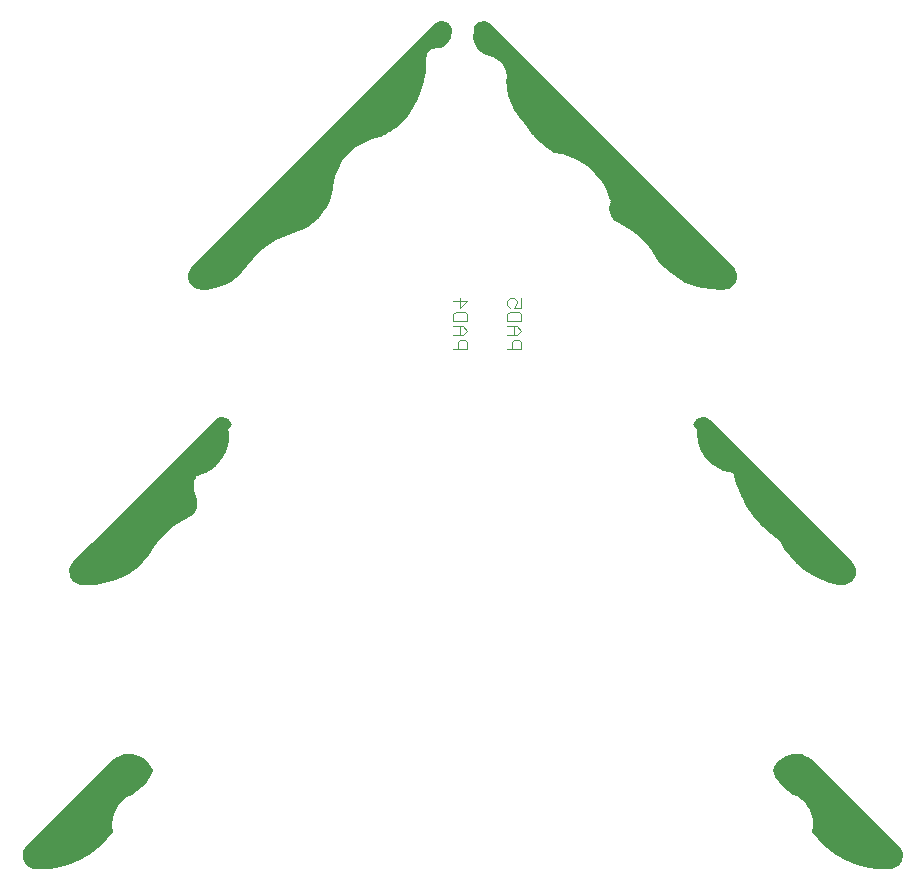
<source format=gbo>
G75*
G70*
%OFA0B0*%
%FSLAX24Y24*%
%IPPOS*%
%LPD*%
%AMOC8*
5,1,8,0,0,1.08239X$1,22.5*
%
%ADD10C,0.0100*%
%ADD11C,0.0040*%
D10*
X000652Y002395D02*
X000720Y002359D01*
X000794Y002337D01*
X000870Y002330D01*
X000990Y002330D01*
X001337Y002350D01*
X001679Y002410D01*
X002013Y002509D01*
X002332Y002646D01*
X002633Y002819D01*
X002913Y003026D01*
X003166Y003264D01*
X003390Y003530D01*
X003365Y003681D01*
X003361Y003834D01*
X003377Y003986D01*
X003414Y004134D01*
X003471Y004276D01*
X003546Y004409D01*
X003639Y004530D01*
X003748Y004638D01*
X003870Y004730D01*
X004052Y004820D01*
X004221Y004933D01*
X004373Y005067D01*
X004507Y005219D01*
X004620Y005388D01*
X004710Y005570D01*
X004657Y005682D01*
X004587Y005784D01*
X004502Y005875D01*
X004404Y005950D01*
X004295Y006009D01*
X004178Y006050D01*
X004057Y006072D01*
X003933Y006075D01*
X003810Y006058D01*
X003691Y006022D01*
X003580Y005968D01*
X003479Y005896D01*
X003390Y005810D01*
X000630Y003050D01*
X000573Y002998D01*
X000528Y002937D01*
X000494Y002867D01*
X000475Y002793D01*
X000470Y002717D01*
X000480Y002640D01*
X000504Y002568D01*
X000542Y002501D01*
X000592Y002442D01*
X000652Y002395D01*
X000656Y002393D02*
X001581Y002393D01*
X001952Y002491D02*
X000551Y002491D01*
X000497Y002590D02*
X002200Y002590D01*
X002405Y002688D02*
X000474Y002688D01*
X000475Y002787D02*
X002576Y002787D01*
X002722Y002885D02*
X000503Y002885D01*
X000562Y002984D02*
X002855Y002984D01*
X002972Y003082D02*
X000662Y003082D01*
X000761Y003181D02*
X003077Y003181D01*
X003178Y003279D02*
X000859Y003279D01*
X000958Y003378D02*
X003261Y003378D01*
X003344Y003476D02*
X001056Y003476D01*
X001155Y003575D02*
X003383Y003575D01*
X003366Y003673D02*
X001253Y003673D01*
X001352Y003772D02*
X003362Y003772D01*
X003364Y003870D02*
X001450Y003870D01*
X001549Y003969D02*
X003375Y003969D01*
X003397Y004067D02*
X001647Y004067D01*
X001746Y004166D02*
X003427Y004166D01*
X003466Y004264D02*
X001844Y004264D01*
X001943Y004363D02*
X003520Y004363D01*
X003586Y004461D02*
X002041Y004461D01*
X002140Y004560D02*
X003669Y004560D01*
X003774Y004658D02*
X002238Y004658D01*
X002337Y004757D02*
X003924Y004757D01*
X004104Y004855D02*
X002435Y004855D01*
X002534Y004954D02*
X004244Y004954D01*
X004356Y005052D02*
X002632Y005052D01*
X002731Y005151D02*
X004446Y005151D01*
X004527Y005249D02*
X002829Y005249D01*
X002928Y005348D02*
X004593Y005348D01*
X004649Y005446D02*
X003026Y005446D01*
X003125Y005545D02*
X004697Y005545D01*
X004676Y005643D02*
X003223Y005643D01*
X003322Y005742D02*
X004617Y005742D01*
X004535Y005840D02*
X003421Y005840D01*
X003539Y005939D02*
X004419Y005939D01*
X004216Y006037D02*
X003741Y006037D01*
X002842Y011820D02*
X002550Y011810D01*
X002430Y011810D01*
X002354Y011817D01*
X002280Y011839D01*
X002212Y011875D01*
X002152Y011922D01*
X002102Y011981D01*
X002064Y012048D01*
X002040Y012120D01*
X002030Y012197D01*
X002035Y012273D01*
X002054Y012347D01*
X002088Y012417D01*
X002133Y012478D01*
X002190Y012530D01*
X006870Y017210D01*
X006916Y017247D01*
X006969Y017275D01*
X007026Y017290D01*
X007085Y017294D01*
X007144Y017286D01*
X007200Y017266D01*
X007250Y017234D01*
X007293Y017194D01*
X007327Y017145D01*
X007350Y017090D01*
X007230Y016970D01*
X007251Y016780D01*
X007244Y016588D01*
X007210Y016400D01*
X007150Y016218D01*
X007065Y016047D01*
X006956Y015890D01*
X006826Y015749D01*
X006677Y015629D01*
X006512Y015531D01*
X006335Y015458D01*
X006150Y015410D01*
X006147Y015437D01*
X006138Y015462D01*
X006124Y015485D01*
X006105Y015504D01*
X006082Y015518D01*
X006057Y015527D01*
X006030Y015530D01*
X006089Y015548D01*
X006150Y015554D01*
X006211Y015548D01*
X006270Y015530D01*
X006199Y015442D01*
X006142Y015344D01*
X006101Y015239D01*
X006077Y015129D01*
X006070Y015016D01*
X006080Y014904D01*
X006107Y014794D01*
X006150Y014690D01*
X006179Y014602D01*
X006192Y014510D01*
X006190Y014417D01*
X006172Y014326D01*
X006138Y014240D01*
X006091Y014160D01*
X006030Y014090D01*
X005732Y013944D01*
X005453Y013765D01*
X005195Y013555D01*
X004964Y013317D01*
X004761Y013054D01*
X004590Y012770D01*
X004396Y012551D01*
X004179Y012356D01*
X003940Y012188D01*
X003684Y012049D01*
X003413Y011940D01*
X003131Y011863D01*
X002842Y011820D01*
X003033Y011849D02*
X002262Y011849D01*
X002131Y011947D02*
X003430Y011947D01*
X003676Y012046D02*
X002066Y012046D01*
X002037Y012144D02*
X003859Y012144D01*
X004017Y012243D02*
X002033Y012243D01*
X002053Y012341D02*
X004157Y012341D01*
X004272Y012440D02*
X002105Y012440D01*
X002198Y012538D02*
X004382Y012538D01*
X004472Y012637D02*
X002297Y012637D01*
X002395Y012735D02*
X004559Y012735D01*
X004628Y012834D02*
X002494Y012834D01*
X002592Y012932D02*
X004688Y012932D01*
X004747Y013031D02*
X002691Y013031D01*
X002789Y013129D02*
X004819Y013129D01*
X004895Y013228D02*
X002888Y013228D01*
X002986Y013326D02*
X004973Y013326D01*
X005069Y013425D02*
X003085Y013425D01*
X003183Y013523D02*
X005164Y013523D01*
X005277Y013622D02*
X003282Y013622D01*
X003380Y013720D02*
X005398Y013720D01*
X005536Y013819D02*
X003479Y013819D01*
X003577Y013917D02*
X005690Y013917D01*
X005878Y014016D02*
X003676Y014016D01*
X003774Y014114D02*
X006051Y014114D01*
X006122Y014213D02*
X003873Y014213D01*
X003971Y014311D02*
X006166Y014311D01*
X006188Y014410D02*
X004070Y014410D01*
X004168Y014508D02*
X006192Y014508D01*
X006177Y014607D02*
X004267Y014607D01*
X004365Y014705D02*
X006144Y014705D01*
X006104Y014804D02*
X004464Y014804D01*
X004562Y014902D02*
X006080Y014902D01*
X006071Y015001D02*
X004661Y015001D01*
X004759Y015099D02*
X006075Y015099D01*
X006092Y015198D02*
X004858Y015198D01*
X004956Y015296D02*
X006124Y015296D01*
X006172Y015395D02*
X005055Y015395D01*
X005153Y015493D02*
X006116Y015493D01*
X006240Y015493D02*
X006421Y015493D01*
X006614Y015592D02*
X005252Y015592D01*
X005350Y015690D02*
X006752Y015690D01*
X006862Y015789D02*
X005449Y015789D01*
X005547Y015887D02*
X006953Y015887D01*
X007022Y015986D02*
X005646Y015986D01*
X005744Y016084D02*
X007083Y016084D01*
X007132Y016183D02*
X005843Y016183D01*
X005941Y016281D02*
X007171Y016281D01*
X007204Y016380D02*
X006040Y016380D01*
X006138Y016478D02*
X007224Y016478D01*
X007242Y016577D02*
X006237Y016577D01*
X006335Y016675D02*
X007247Y016675D01*
X007251Y016774D02*
X006434Y016774D01*
X006532Y016872D02*
X007241Y016872D01*
X007231Y016971D02*
X006631Y016971D01*
X006729Y017069D02*
X007329Y017069D01*
X007311Y017168D02*
X006828Y017168D01*
X006952Y017266D02*
X007199Y017266D01*
X006731Y021672D02*
X006510Y021650D01*
X006390Y021650D01*
X006314Y021657D01*
X006240Y021679D01*
X006172Y021715D01*
X006112Y021762D01*
X006062Y021821D01*
X006024Y021888D01*
X006000Y021960D01*
X005990Y022037D01*
X005995Y022113D01*
X006014Y022187D01*
X006048Y022257D01*
X006093Y022318D01*
X006150Y022370D01*
X014190Y030410D01*
X014236Y030447D01*
X014289Y030475D01*
X014346Y030490D01*
X014405Y030494D01*
X014464Y030486D01*
X014520Y030466D01*
X014570Y030434D01*
X014613Y030394D01*
X014647Y030345D01*
X014670Y030290D01*
X014670Y030170D01*
X014663Y030087D01*
X014641Y030006D01*
X014606Y029930D01*
X014558Y029861D01*
X014499Y029802D01*
X014430Y029754D01*
X014354Y029719D01*
X014273Y029697D01*
X014190Y029690D01*
X014120Y029683D01*
X014052Y029663D01*
X013990Y029629D01*
X013935Y029585D01*
X013891Y029530D01*
X013857Y029468D01*
X013837Y029400D01*
X013830Y029330D01*
X013830Y029210D01*
X013812Y028887D01*
X013758Y028569D01*
X013669Y028258D01*
X013546Y027959D01*
X013391Y027676D01*
X013204Y027412D01*
X012990Y027170D01*
X012845Y027039D01*
X012686Y026924D01*
X012516Y026827D01*
X012337Y026748D01*
X012150Y026690D01*
X011926Y026618D01*
X011712Y026519D01*
X011511Y026395D01*
X011328Y026247D01*
X011164Y026078D01*
X011022Y025890D01*
X010904Y025686D01*
X010812Y025469D01*
X010747Y025243D01*
X010710Y025010D01*
X010674Y024792D01*
X010610Y024580D01*
X010518Y024379D01*
X010401Y024192D01*
X010259Y024022D01*
X010096Y023872D01*
X009915Y023746D01*
X009718Y023644D01*
X009510Y023570D01*
X009179Y023455D01*
X008862Y023303D01*
X008566Y023116D01*
X008293Y022896D01*
X008046Y022646D01*
X007830Y022370D01*
X007691Y022196D01*
X007531Y022042D01*
X007351Y021910D01*
X007156Y021804D01*
X006948Y021724D01*
X006731Y021672D01*
X006841Y021699D02*
X006203Y021699D01*
X006082Y021797D02*
X007138Y021797D01*
X007324Y021896D02*
X006022Y021896D01*
X005996Y021994D02*
X007465Y021994D01*
X007583Y022093D02*
X005994Y022093D01*
X006016Y022191D02*
X007686Y022191D01*
X007766Y022290D02*
X006072Y022290D01*
X006168Y022388D02*
X007844Y022388D01*
X007921Y022487D02*
X006267Y022487D01*
X006365Y022585D02*
X007998Y022585D01*
X008083Y022684D02*
X006464Y022684D01*
X006562Y022782D02*
X008180Y022782D01*
X008277Y022881D02*
X006661Y022881D01*
X006759Y022979D02*
X008396Y022979D01*
X008518Y023078D02*
X006858Y023078D01*
X006956Y023176D02*
X008661Y023176D01*
X008817Y023275D02*
X007055Y023275D01*
X007153Y023373D02*
X009008Y023373D01*
X009226Y023472D02*
X007252Y023472D01*
X007350Y023570D02*
X009510Y023570D01*
X009765Y023669D02*
X007449Y023669D01*
X007547Y023767D02*
X009945Y023767D01*
X010086Y023866D02*
X007646Y023866D01*
X007744Y023964D02*
X010196Y023964D01*
X010293Y024063D02*
X007843Y024063D01*
X007941Y024161D02*
X010375Y024161D01*
X010443Y024260D02*
X008040Y024260D01*
X008138Y024358D02*
X010505Y024358D01*
X010554Y024457D02*
X008237Y024457D01*
X008335Y024555D02*
X010599Y024555D01*
X010632Y024654D02*
X008434Y024654D01*
X008532Y024752D02*
X010662Y024752D01*
X010684Y024851D02*
X008631Y024851D01*
X008729Y024949D02*
X010700Y024949D01*
X010716Y025048D02*
X008828Y025048D01*
X008926Y025146D02*
X010731Y025146D01*
X010747Y025245D02*
X009025Y025245D01*
X009123Y025343D02*
X010775Y025343D01*
X010804Y025442D02*
X009222Y025442D01*
X009320Y025540D02*
X010842Y025540D01*
X010884Y025639D02*
X009419Y025639D01*
X009517Y025737D02*
X010933Y025737D01*
X010990Y025836D02*
X009616Y025836D01*
X009714Y025934D02*
X011055Y025934D01*
X011130Y026033D02*
X009813Y026033D01*
X009911Y026131D02*
X011215Y026131D01*
X011311Y026230D02*
X010010Y026230D01*
X010108Y026328D02*
X011428Y026328D01*
X011562Y026427D02*
X010207Y026427D01*
X010305Y026525D02*
X011724Y026525D01*
X011943Y026624D02*
X010404Y026624D01*
X010502Y026722D02*
X012253Y026722D01*
X012503Y026821D02*
X010601Y026821D01*
X010699Y026919D02*
X012678Y026919D01*
X012816Y027018D02*
X010798Y027018D01*
X010896Y027116D02*
X012930Y027116D01*
X013030Y027215D02*
X010995Y027215D01*
X011093Y027313D02*
X013117Y027313D01*
X013204Y027412D02*
X011192Y027412D01*
X011290Y027510D02*
X013274Y027510D01*
X013343Y027609D02*
X011389Y027609D01*
X011487Y027707D02*
X013408Y027707D01*
X013462Y027806D02*
X011586Y027806D01*
X011684Y027904D02*
X013516Y027904D01*
X013564Y028003D02*
X011783Y028003D01*
X011881Y028101D02*
X013604Y028101D01*
X013645Y028200D02*
X011980Y028200D01*
X012078Y028298D02*
X013681Y028298D01*
X013709Y028397D02*
X012177Y028397D01*
X012275Y028495D02*
X013737Y028495D01*
X013762Y028594D02*
X012374Y028594D01*
X012472Y028692D02*
X013779Y028692D01*
X013796Y028791D02*
X012571Y028791D01*
X012669Y028889D02*
X013812Y028889D01*
X013818Y028988D02*
X012768Y028988D01*
X012866Y029086D02*
X013823Y029086D01*
X013829Y029185D02*
X012965Y029185D01*
X013063Y029283D02*
X013830Y029283D01*
X013835Y029382D02*
X013162Y029382D01*
X013260Y029480D02*
X013864Y029480D01*
X013931Y029579D02*
X013359Y029579D01*
X013457Y029677D02*
X014100Y029677D01*
X014460Y029776D02*
X013556Y029776D01*
X013654Y029874D02*
X014567Y029874D01*
X014626Y029973D02*
X013753Y029973D01*
X013851Y030071D02*
X014659Y030071D01*
X014670Y030170D02*
X013950Y030170D01*
X014048Y030268D02*
X014670Y030268D01*
X014632Y030367D02*
X014147Y030367D01*
X014270Y030465D02*
X014521Y030465D01*
X015510Y030290D02*
X015510Y030170D01*
X015499Y030075D01*
X015502Y029979D01*
X015521Y029885D01*
X015554Y029794D01*
X015601Y029711D01*
X015660Y029635D01*
X015731Y029570D01*
X015810Y029516D01*
X015898Y029476D01*
X015990Y029450D01*
X016110Y029412D01*
X016222Y029356D01*
X016324Y029283D01*
X016414Y029195D01*
X016489Y029094D01*
X016547Y028983D01*
X016587Y028864D01*
X016607Y028740D01*
X016609Y028614D01*
X016590Y028490D01*
X016590Y028610D01*
X016608Y028344D01*
X016661Y028083D01*
X016748Y027831D01*
X016866Y027592D01*
X017014Y027370D01*
X017190Y027170D01*
X017338Y026939D01*
X017510Y026724D01*
X017704Y026530D01*
X017919Y026358D01*
X018150Y026210D01*
X018418Y026165D01*
X018678Y026087D01*
X018927Y025979D01*
X019161Y025840D01*
X019376Y025674D01*
X019569Y025483D01*
X019737Y025270D01*
X019878Y025037D01*
X019990Y024790D01*
X020070Y024530D01*
X020041Y024442D01*
X020028Y024350D01*
X020030Y024257D01*
X020048Y024166D01*
X020082Y024080D01*
X020129Y024000D01*
X020190Y023930D01*
X020488Y023784D01*
X020767Y023605D01*
X021025Y023395D01*
X021256Y023157D01*
X021459Y022894D01*
X021630Y022610D01*
X021824Y022391D01*
X022041Y022196D01*
X022280Y022028D01*
X022536Y021889D01*
X022807Y021780D01*
X023089Y021703D01*
X023378Y021660D01*
X023670Y021650D01*
X023790Y021650D01*
X023866Y021657D01*
X023940Y021679D01*
X024008Y021715D01*
X024068Y021762D01*
X024118Y021821D01*
X024156Y021888D01*
X024180Y021960D01*
X024190Y022037D01*
X024185Y022113D01*
X024166Y022187D01*
X024132Y022257D01*
X024087Y022318D01*
X024030Y022370D01*
X015990Y030410D01*
X015944Y030447D01*
X015891Y030475D01*
X015834Y030490D01*
X015775Y030494D01*
X015716Y030486D01*
X015660Y030466D01*
X015610Y030434D01*
X015567Y030394D01*
X015533Y030345D01*
X015510Y030290D01*
X015510Y030268D02*
X016132Y030268D01*
X016230Y030170D02*
X015510Y030170D01*
X015499Y030071D02*
X016329Y030071D01*
X016427Y029973D02*
X015503Y029973D01*
X015525Y029874D02*
X016526Y029874D01*
X016624Y029776D02*
X015565Y029776D01*
X015627Y029677D02*
X016723Y029677D01*
X016821Y029579D02*
X015721Y029579D01*
X015889Y029480D02*
X016920Y029480D01*
X017018Y029382D02*
X016171Y029382D01*
X016325Y029283D02*
X017117Y029283D01*
X017215Y029185D02*
X016422Y029185D01*
X016493Y029086D02*
X017314Y029086D01*
X017412Y028988D02*
X016544Y028988D01*
X016578Y028889D02*
X017511Y028889D01*
X017609Y028791D02*
X016599Y028791D01*
X016608Y028692D02*
X017708Y028692D01*
X017806Y028594D02*
X016605Y028594D01*
X016591Y028594D02*
X016590Y028594D01*
X016590Y028495D02*
X016591Y028495D01*
X016598Y028495D02*
X017905Y028495D01*
X018003Y028397D02*
X016605Y028397D01*
X016618Y028298D02*
X018102Y028298D01*
X018200Y028200D02*
X016638Y028200D01*
X016658Y028101D02*
X018299Y028101D01*
X018397Y028003D02*
X016689Y028003D01*
X016722Y027904D02*
X018496Y027904D01*
X018594Y027806D02*
X016760Y027806D01*
X016809Y027707D02*
X018693Y027707D01*
X018791Y027609D02*
X016858Y027609D01*
X016921Y027510D02*
X018890Y027510D01*
X018988Y027412D02*
X016987Y027412D01*
X017064Y027313D02*
X019087Y027313D01*
X019185Y027215D02*
X017151Y027215D01*
X017224Y027116D02*
X019284Y027116D01*
X019382Y027018D02*
X017288Y027018D01*
X017354Y026919D02*
X019481Y026919D01*
X019579Y026821D02*
X017433Y026821D01*
X017513Y026722D02*
X019678Y026722D01*
X019776Y026624D02*
X017611Y026624D01*
X017711Y026525D02*
X019875Y026525D01*
X019973Y026427D02*
X017833Y026427D01*
X017965Y026328D02*
X020072Y026328D01*
X020170Y026230D02*
X018119Y026230D01*
X018532Y026131D02*
X020269Y026131D01*
X020367Y026033D02*
X018804Y026033D01*
X019002Y025934D02*
X020466Y025934D01*
X020564Y025836D02*
X019167Y025836D01*
X019294Y025737D02*
X020663Y025737D01*
X020761Y025639D02*
X019412Y025639D01*
X019511Y025540D02*
X020860Y025540D01*
X020958Y025442D02*
X019602Y025442D01*
X019680Y025343D02*
X021057Y025343D01*
X021155Y025245D02*
X019753Y025245D01*
X019812Y025146D02*
X021254Y025146D01*
X021352Y025048D02*
X019872Y025048D01*
X019918Y024949D02*
X021451Y024949D01*
X021549Y024851D02*
X019962Y024851D01*
X020001Y024752D02*
X021648Y024752D01*
X021746Y024654D02*
X020032Y024654D01*
X020062Y024555D02*
X021845Y024555D01*
X021943Y024457D02*
X020046Y024457D01*
X020029Y024358D02*
X022042Y024358D01*
X022140Y024260D02*
X020030Y024260D01*
X020050Y024161D02*
X022239Y024161D01*
X022337Y024063D02*
X020092Y024063D01*
X020161Y023964D02*
X022436Y023964D01*
X022534Y023866D02*
X020322Y023866D01*
X020514Y023767D02*
X022633Y023767D01*
X022731Y023669D02*
X020668Y023669D01*
X020810Y023570D02*
X022830Y023570D01*
X022928Y023472D02*
X020931Y023472D01*
X021046Y023373D02*
X023027Y023373D01*
X023125Y023275D02*
X021142Y023275D01*
X021238Y023176D02*
X023224Y023176D01*
X023322Y023078D02*
X021317Y023078D01*
X021393Y022979D02*
X023421Y022979D01*
X023519Y022881D02*
X021467Y022881D01*
X021526Y022782D02*
X023618Y022782D01*
X023716Y022684D02*
X021586Y022684D01*
X021652Y022585D02*
X023815Y022585D01*
X023913Y022487D02*
X021739Y022487D01*
X021827Y022388D02*
X024012Y022388D01*
X024108Y022290D02*
X021937Y022290D01*
X022049Y022191D02*
X024164Y022191D01*
X024186Y022093D02*
X022188Y022093D01*
X022343Y021994D02*
X024184Y021994D01*
X024158Y021896D02*
X022524Y021896D01*
X022765Y021797D02*
X024098Y021797D01*
X023977Y021699D02*
X023120Y021699D01*
X023095Y017294D02*
X023036Y017286D01*
X022980Y017266D01*
X022930Y017234D01*
X022887Y017194D01*
X022853Y017145D01*
X022830Y017090D01*
X022950Y016970D01*
X022946Y016781D01*
X022970Y016593D01*
X023019Y016411D01*
X023095Y016237D01*
X023194Y016076D01*
X023315Y015931D01*
X023455Y015804D01*
X023612Y015699D01*
X023783Y015617D01*
X023963Y015561D01*
X024150Y015530D01*
X024256Y015139D01*
X024405Y014763D01*
X024595Y014406D01*
X024823Y014072D01*
X025088Y013765D01*
X025384Y013490D01*
X025710Y013250D01*
X025865Y012980D01*
X026050Y012730D01*
X026262Y012504D01*
X026500Y012303D01*
X026759Y012131D01*
X027036Y011990D01*
X027328Y011883D01*
X027630Y011810D01*
X027750Y011810D01*
X027826Y011817D01*
X027900Y011839D01*
X027968Y011875D01*
X028028Y011922D01*
X028078Y011981D01*
X028116Y012048D01*
X028140Y012120D01*
X028150Y012197D01*
X028145Y012273D01*
X028126Y012347D01*
X028092Y012417D01*
X028047Y012478D01*
X027990Y012530D01*
X023310Y017210D01*
X023264Y017247D01*
X023211Y017275D01*
X023154Y017290D01*
X023095Y017294D01*
X022981Y017266D02*
X023228Y017266D01*
X023352Y017168D02*
X022869Y017168D01*
X022851Y017069D02*
X023451Y017069D01*
X023549Y016971D02*
X022949Y016971D01*
X022948Y016872D02*
X023648Y016872D01*
X023746Y016774D02*
X022947Y016774D01*
X022960Y016675D02*
X023845Y016675D01*
X023943Y016577D02*
X022974Y016577D01*
X023001Y016478D02*
X024042Y016478D01*
X024140Y016380D02*
X023033Y016380D01*
X023076Y016281D02*
X024239Y016281D01*
X024337Y016183D02*
X023128Y016183D01*
X023189Y016084D02*
X024436Y016084D01*
X024534Y015986D02*
X023269Y015986D01*
X023364Y015887D02*
X024633Y015887D01*
X024731Y015789D02*
X023479Y015789D01*
X023631Y015690D02*
X024830Y015690D01*
X024928Y015592D02*
X023865Y015592D01*
X024160Y015493D02*
X025027Y015493D01*
X025125Y015395D02*
X024187Y015395D01*
X024214Y015296D02*
X025224Y015296D01*
X025322Y015198D02*
X024240Y015198D01*
X024272Y015099D02*
X025421Y015099D01*
X025519Y015001D02*
X024311Y015001D01*
X024350Y014902D02*
X025618Y014902D01*
X025716Y014804D02*
X024389Y014804D01*
X024436Y014705D02*
X025815Y014705D01*
X025913Y014607D02*
X024488Y014607D01*
X024541Y014508D02*
X026012Y014508D01*
X026110Y014410D02*
X024593Y014410D01*
X024660Y014311D02*
X026209Y014311D01*
X026307Y014213D02*
X024727Y014213D01*
X024795Y014114D02*
X026406Y014114D01*
X026504Y014016D02*
X024872Y014016D01*
X024957Y013917D02*
X026603Y013917D01*
X026701Y013819D02*
X025042Y013819D01*
X025137Y013720D02*
X026800Y013720D01*
X026898Y013622D02*
X025243Y013622D01*
X025349Y013523D02*
X026997Y013523D01*
X027095Y013425D02*
X025474Y013425D01*
X025607Y013326D02*
X027194Y013326D01*
X027292Y013228D02*
X025723Y013228D01*
X025779Y013129D02*
X027391Y013129D01*
X027489Y013031D02*
X025836Y013031D01*
X025900Y012932D02*
X027588Y012932D01*
X027686Y012834D02*
X025973Y012834D01*
X026046Y012735D02*
X027785Y012735D01*
X027883Y012637D02*
X026138Y012637D01*
X026230Y012538D02*
X027982Y012538D01*
X028075Y012440D02*
X026338Y012440D01*
X026454Y012341D02*
X028127Y012341D01*
X028147Y012243D02*
X026591Y012243D01*
X026739Y012144D02*
X028143Y012144D01*
X028114Y012046D02*
X026927Y012046D01*
X027154Y011947D02*
X028049Y011947D01*
X027918Y011849D02*
X027470Y011849D01*
X026370Y006058D02*
X026247Y006075D01*
X026123Y006072D01*
X026002Y006050D01*
X025885Y006009D01*
X025776Y005950D01*
X025678Y005875D01*
X025593Y005784D01*
X025523Y005682D01*
X025470Y005570D01*
X025560Y005388D01*
X025673Y005219D01*
X025807Y005067D01*
X025959Y004933D01*
X026128Y004820D01*
X026310Y004730D01*
X026432Y004638D01*
X026541Y004530D01*
X026634Y004409D01*
X026709Y004276D01*
X026766Y004134D01*
X026803Y003986D01*
X026819Y003834D01*
X026815Y003681D01*
X026790Y003530D01*
X027014Y003264D01*
X027267Y003026D01*
X027547Y002819D01*
X027848Y002646D01*
X028167Y002509D01*
X028501Y002410D01*
X028843Y002350D01*
X029190Y002330D01*
X029310Y002330D01*
X029386Y002337D01*
X029460Y002359D01*
X029528Y002395D01*
X029588Y002442D01*
X029638Y002501D01*
X029676Y002568D01*
X029700Y002640D01*
X029710Y002717D01*
X029705Y002793D01*
X029686Y002867D01*
X029652Y002937D01*
X029607Y002998D01*
X029550Y003050D01*
X026790Y005810D01*
X026701Y005896D01*
X026600Y005968D01*
X026489Y006022D01*
X026370Y006058D01*
X026439Y006037D02*
X025964Y006037D01*
X025761Y005939D02*
X026641Y005939D01*
X026759Y005840D02*
X025645Y005840D01*
X025563Y005742D02*
X026858Y005742D01*
X026957Y005643D02*
X025504Y005643D01*
X025483Y005545D02*
X027055Y005545D01*
X027154Y005446D02*
X025531Y005446D01*
X025587Y005348D02*
X027252Y005348D01*
X027351Y005249D02*
X025653Y005249D01*
X025734Y005151D02*
X027449Y005151D01*
X027548Y005052D02*
X025824Y005052D01*
X025936Y004954D02*
X027646Y004954D01*
X027745Y004855D02*
X026076Y004855D01*
X026256Y004757D02*
X027843Y004757D01*
X027942Y004658D02*
X026406Y004658D01*
X026511Y004560D02*
X028040Y004560D01*
X028139Y004461D02*
X026594Y004461D01*
X026660Y004363D02*
X028237Y004363D01*
X028336Y004264D02*
X026714Y004264D01*
X026753Y004166D02*
X028434Y004166D01*
X028533Y004067D02*
X026783Y004067D01*
X026805Y003969D02*
X028631Y003969D01*
X028730Y003870D02*
X026816Y003870D01*
X026818Y003772D02*
X028828Y003772D01*
X028927Y003673D02*
X026814Y003673D01*
X026797Y003575D02*
X029025Y003575D01*
X029124Y003476D02*
X026836Y003476D01*
X026919Y003378D02*
X029222Y003378D01*
X029321Y003279D02*
X027002Y003279D01*
X027103Y003181D02*
X029419Y003181D01*
X029518Y003082D02*
X027208Y003082D01*
X027325Y002984D02*
X029618Y002984D01*
X029677Y002885D02*
X027458Y002885D01*
X027604Y002787D02*
X029705Y002787D01*
X029706Y002688D02*
X027775Y002688D01*
X027980Y002590D02*
X029683Y002590D01*
X029629Y002491D02*
X028228Y002491D01*
X028599Y002393D02*
X029524Y002393D01*
X016033Y030367D02*
X015548Y030367D01*
X015659Y030465D02*
X015910Y030465D01*
D11*
X016677Y021294D02*
X016601Y021217D01*
X016601Y021064D01*
X016677Y020987D01*
X016677Y020833D02*
X016984Y020833D01*
X017061Y020757D01*
X017061Y020527D01*
X016601Y020527D01*
X016601Y020757D01*
X016677Y020833D01*
X016831Y020987D02*
X016907Y021140D01*
X016907Y021217D01*
X016831Y021294D01*
X016677Y021294D01*
X016831Y020987D02*
X017061Y020987D01*
X017061Y021294D01*
X016907Y020373D02*
X016601Y020373D01*
X016831Y020373D02*
X016831Y020066D01*
X016907Y020066D02*
X016601Y020066D01*
X016831Y019913D02*
X016754Y019836D01*
X016754Y019606D01*
X016601Y019606D02*
X017061Y019606D01*
X017061Y019836D01*
X016984Y019913D01*
X016831Y019913D01*
X016907Y020066D02*
X017061Y020220D01*
X016907Y020373D01*
X015261Y020220D02*
X015107Y020066D01*
X014801Y020066D01*
X015031Y020066D02*
X015031Y020373D01*
X015107Y020373D02*
X014801Y020373D01*
X014801Y020527D02*
X014801Y020757D01*
X014877Y020833D01*
X015184Y020833D01*
X015261Y020757D01*
X015261Y020527D01*
X014801Y020527D01*
X015107Y020373D02*
X015261Y020220D01*
X015184Y019913D02*
X015031Y019913D01*
X014954Y019836D01*
X014954Y019606D01*
X014801Y019606D02*
X015261Y019606D01*
X015261Y019836D01*
X015184Y019913D01*
X015031Y020987D02*
X015031Y021294D01*
X014801Y021217D02*
X015261Y021217D01*
X015031Y020987D01*
M02*

</source>
